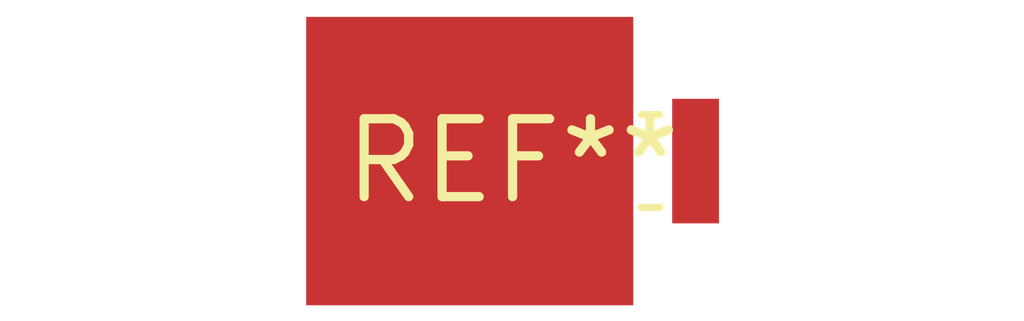
<source format=kicad_pcb>
(kicad_pcb (version 20240108) (generator pcbnew)
  (layers (0 "F.Cu" signal) (31 "B.Cu" signal) (34 "B.Paste" user) (35 "F.Paste" user) (36 "B.SilkS" user "B.Silkscreen") (37 "F.SilkS" user "F.Silkscreen") (38 "B.Mask" user) (39 "F.Mask" user) (44 "Edge.Cuts" user))
  (net 0 "")
  (footprint "D_Powermite2_AK" (layer "F.Cu") (at 0 0)
    (property "Reference" "REF**")
    (property "Value" "D_Powermite2_AK")
    (fp_line (start 2.4 -0.755) (end 2.1 -0.755) (layer "F.SilkS") (stroke (width 0.12)))
    (fp_line (start 2.4 0.755) (end 2.1 0.755) (layer "F.SilkS") (stroke (width 0.12)))
    (pad "1" smd rect (at -0.6985 0) (size 5.33 4.7) (layers "F.Cu" "F.Paste" "F.Mask"))
    (pad "2" smd rect (at 2.9825 0) (size 0.762 2.03) (layers "F.Cu" "F.Paste" "F.Mask"))
  )
)
</source>
